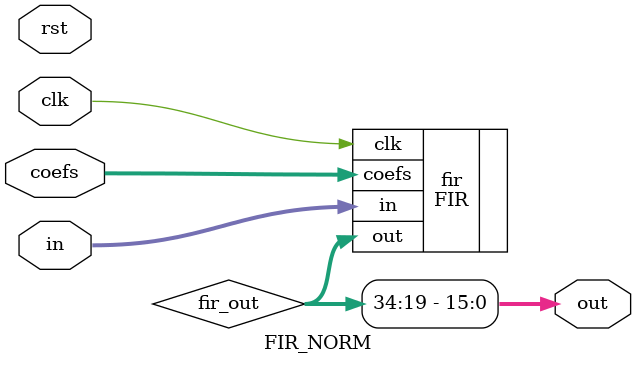
<source format=v>


module FIR_NORM (
    input clk,
    input rst,
    input signed [TAPS*CWIDTH-1:0] coefs,
    input signed [DWIDTH-1:0] in,
    output signed [DWIDTH-1:0] out
);

parameter DWIDTH = 16;
parameter TAPS = 64;
parameter CWIDTH = 16;
parameter SLICE = 36;

wire signed [SLICE:0] fir_out;
assign out = fir_out[SLICE:SLICE-DWIDTH-1];
FIR #( .TAPS(TAPS), .IWIDTH(DWIDTH) ) fir(
	.clk(clk),
	.coefs(coefs),
	.in(in),
	.out(fir_out)
	);

endmodule
</source>
